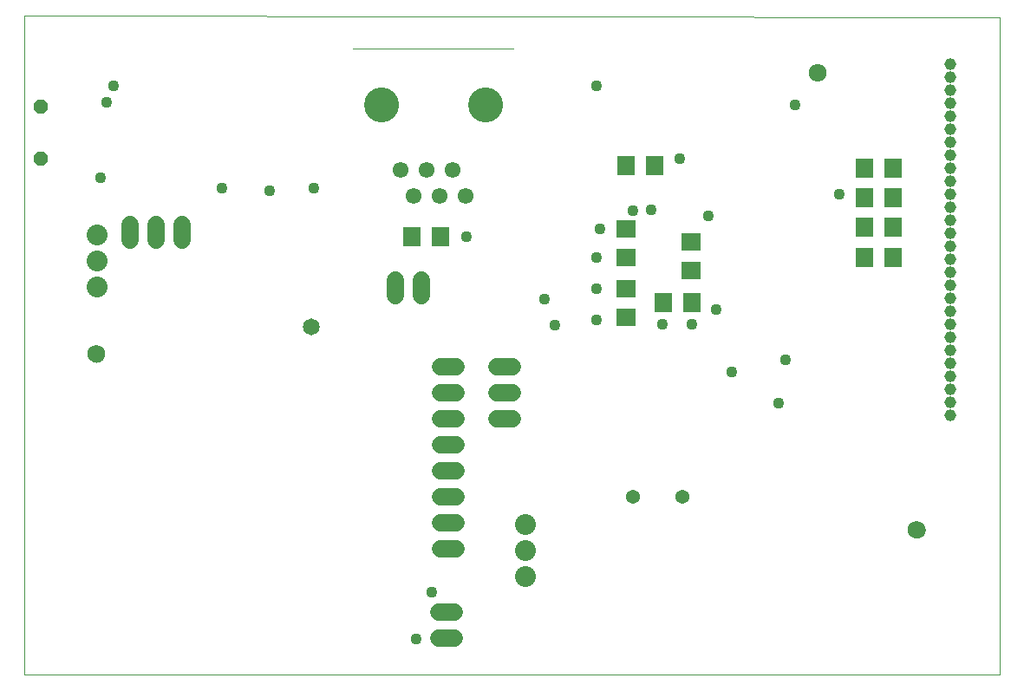
<source format=gbs>
G75*
%MOIN*%
%OFA0B0*%
%FSLAX24Y24*%
%IPPOS*%
%LPD*%
%AMOC8*
5,1,8,0,0,1.08239X$1,22.5*
%
%ADD10C,0.0000*%
%ADD11C,0.0690*%
%ADD12C,0.0660*%
%ADD13R,0.0690X0.0769*%
%ADD14R,0.0769X0.0690*%
%ADD15C,0.0004*%
%ADD16C,0.0611*%
%ADD17C,0.1340*%
%ADD18C,0.0540*%
%ADD19OC8,0.0540*%
%ADD20C,0.0460*%
%ADD21C,0.0800*%
%ADD22C,0.0436*%
%ADD23C,0.0651*%
D10*
X001260Y000436D02*
X038752Y000436D01*
X038752Y025696D01*
X001260Y025756D01*
X001260Y000436D01*
X003705Y012766D02*
X003707Y012801D01*
X003713Y012836D01*
X003723Y012870D01*
X003736Y012903D01*
X003753Y012934D01*
X003774Y012962D01*
X003797Y012989D01*
X003824Y013012D01*
X003852Y013033D01*
X003883Y013050D01*
X003916Y013063D01*
X003950Y013073D01*
X003985Y013079D01*
X004020Y013081D01*
X004055Y013079D01*
X004090Y013073D01*
X004124Y013063D01*
X004157Y013050D01*
X004188Y013033D01*
X004216Y013012D01*
X004243Y012989D01*
X004266Y012962D01*
X004287Y012934D01*
X004304Y012903D01*
X004317Y012870D01*
X004327Y012836D01*
X004333Y012801D01*
X004335Y012766D01*
X004333Y012731D01*
X004327Y012696D01*
X004317Y012662D01*
X004304Y012629D01*
X004287Y012598D01*
X004266Y012570D01*
X004243Y012543D01*
X004216Y012520D01*
X004188Y012499D01*
X004157Y012482D01*
X004124Y012469D01*
X004090Y012459D01*
X004055Y012453D01*
X004020Y012451D01*
X003985Y012453D01*
X003950Y012459D01*
X003916Y012469D01*
X003883Y012482D01*
X003852Y012499D01*
X003824Y012520D01*
X003797Y012543D01*
X003774Y012570D01*
X003753Y012598D01*
X003736Y012629D01*
X003723Y012662D01*
X003713Y012696D01*
X003707Y012731D01*
X003705Y012766D01*
X014340Y022346D02*
X014342Y022396D01*
X014348Y022446D01*
X014358Y022495D01*
X014371Y022544D01*
X014389Y022591D01*
X014410Y022637D01*
X014434Y022680D01*
X014462Y022722D01*
X014493Y022762D01*
X014527Y022799D01*
X014564Y022833D01*
X014604Y022864D01*
X014646Y022892D01*
X014689Y022916D01*
X014735Y022937D01*
X014782Y022955D01*
X014831Y022968D01*
X014880Y022978D01*
X014930Y022984D01*
X014980Y022986D01*
X015030Y022984D01*
X015080Y022978D01*
X015129Y022968D01*
X015178Y022955D01*
X015225Y022937D01*
X015271Y022916D01*
X015314Y022892D01*
X015356Y022864D01*
X015396Y022833D01*
X015433Y022799D01*
X015467Y022762D01*
X015498Y022722D01*
X015526Y022680D01*
X015550Y022637D01*
X015571Y022591D01*
X015589Y022544D01*
X015602Y022495D01*
X015612Y022446D01*
X015618Y022396D01*
X015620Y022346D01*
X015618Y022296D01*
X015612Y022246D01*
X015602Y022197D01*
X015589Y022148D01*
X015571Y022101D01*
X015550Y022055D01*
X015526Y022012D01*
X015498Y021970D01*
X015467Y021930D01*
X015433Y021893D01*
X015396Y021859D01*
X015356Y021828D01*
X015314Y021800D01*
X015271Y021776D01*
X015225Y021755D01*
X015178Y021737D01*
X015129Y021724D01*
X015080Y021714D01*
X015030Y021708D01*
X014980Y021706D01*
X014930Y021708D01*
X014880Y021714D01*
X014831Y021724D01*
X014782Y021737D01*
X014735Y021755D01*
X014689Y021776D01*
X014646Y021800D01*
X014604Y021828D01*
X014564Y021859D01*
X014527Y021893D01*
X014493Y021930D01*
X014462Y021970D01*
X014434Y022012D01*
X014410Y022055D01*
X014389Y022101D01*
X014371Y022148D01*
X014358Y022197D01*
X014348Y022246D01*
X014342Y022296D01*
X014340Y022346D01*
X018340Y022346D02*
X018342Y022396D01*
X018348Y022446D01*
X018358Y022495D01*
X018371Y022544D01*
X018389Y022591D01*
X018410Y022637D01*
X018434Y022680D01*
X018462Y022722D01*
X018493Y022762D01*
X018527Y022799D01*
X018564Y022833D01*
X018604Y022864D01*
X018646Y022892D01*
X018689Y022916D01*
X018735Y022937D01*
X018782Y022955D01*
X018831Y022968D01*
X018880Y022978D01*
X018930Y022984D01*
X018980Y022986D01*
X019030Y022984D01*
X019080Y022978D01*
X019129Y022968D01*
X019178Y022955D01*
X019225Y022937D01*
X019271Y022916D01*
X019314Y022892D01*
X019356Y022864D01*
X019396Y022833D01*
X019433Y022799D01*
X019467Y022762D01*
X019498Y022722D01*
X019526Y022680D01*
X019550Y022637D01*
X019571Y022591D01*
X019589Y022544D01*
X019602Y022495D01*
X019612Y022446D01*
X019618Y022396D01*
X019620Y022346D01*
X019618Y022296D01*
X019612Y022246D01*
X019602Y022197D01*
X019589Y022148D01*
X019571Y022101D01*
X019550Y022055D01*
X019526Y022012D01*
X019498Y021970D01*
X019467Y021930D01*
X019433Y021893D01*
X019396Y021859D01*
X019356Y021828D01*
X019314Y021800D01*
X019271Y021776D01*
X019225Y021755D01*
X019178Y021737D01*
X019129Y021724D01*
X019080Y021714D01*
X019030Y021708D01*
X018980Y021706D01*
X018930Y021708D01*
X018880Y021714D01*
X018831Y021724D01*
X018782Y021737D01*
X018735Y021755D01*
X018689Y021776D01*
X018646Y021800D01*
X018604Y021828D01*
X018564Y021859D01*
X018527Y021893D01*
X018493Y021930D01*
X018462Y021970D01*
X018434Y022012D01*
X018410Y022055D01*
X018389Y022101D01*
X018371Y022148D01*
X018358Y022197D01*
X018348Y022246D01*
X018342Y022296D01*
X018340Y022346D01*
X031425Y023586D02*
X031427Y023621D01*
X031433Y023656D01*
X031443Y023690D01*
X031456Y023723D01*
X031473Y023754D01*
X031494Y023782D01*
X031517Y023809D01*
X031544Y023832D01*
X031572Y023853D01*
X031603Y023870D01*
X031636Y023883D01*
X031670Y023893D01*
X031705Y023899D01*
X031740Y023901D01*
X031775Y023899D01*
X031810Y023893D01*
X031844Y023883D01*
X031877Y023870D01*
X031908Y023853D01*
X031936Y023832D01*
X031963Y023809D01*
X031986Y023782D01*
X032007Y023754D01*
X032024Y023723D01*
X032037Y023690D01*
X032047Y023656D01*
X032053Y023621D01*
X032055Y023586D01*
X032053Y023551D01*
X032047Y023516D01*
X032037Y023482D01*
X032024Y023449D01*
X032007Y023418D01*
X031986Y023390D01*
X031963Y023363D01*
X031936Y023340D01*
X031908Y023319D01*
X031877Y023302D01*
X031844Y023289D01*
X031810Y023279D01*
X031775Y023273D01*
X031740Y023271D01*
X031705Y023273D01*
X031670Y023279D01*
X031636Y023289D01*
X031603Y023302D01*
X031572Y023319D01*
X031544Y023340D01*
X031517Y023363D01*
X031494Y023390D01*
X031473Y023418D01*
X031456Y023449D01*
X031443Y023482D01*
X031433Y023516D01*
X031427Y023551D01*
X031425Y023586D01*
X035245Y006006D02*
X035247Y006041D01*
X035253Y006076D01*
X035263Y006110D01*
X035276Y006143D01*
X035293Y006174D01*
X035314Y006202D01*
X035337Y006229D01*
X035364Y006252D01*
X035392Y006273D01*
X035423Y006290D01*
X035456Y006303D01*
X035490Y006313D01*
X035525Y006319D01*
X035560Y006321D01*
X035595Y006319D01*
X035630Y006313D01*
X035664Y006303D01*
X035697Y006290D01*
X035728Y006273D01*
X035756Y006252D01*
X035783Y006229D01*
X035806Y006202D01*
X035827Y006174D01*
X035844Y006143D01*
X035857Y006110D01*
X035867Y006076D01*
X035873Y006041D01*
X035875Y006006D01*
X035873Y005971D01*
X035867Y005936D01*
X035857Y005902D01*
X035844Y005869D01*
X035827Y005838D01*
X035806Y005810D01*
X035783Y005783D01*
X035756Y005760D01*
X035728Y005739D01*
X035697Y005722D01*
X035664Y005709D01*
X035630Y005699D01*
X035595Y005693D01*
X035560Y005691D01*
X035525Y005693D01*
X035490Y005699D01*
X035456Y005709D01*
X035423Y005722D01*
X035392Y005739D01*
X035364Y005760D01*
X035337Y005783D01*
X035314Y005810D01*
X035293Y005838D01*
X035276Y005869D01*
X035263Y005902D01*
X035253Y005936D01*
X035247Y005971D01*
X035245Y006006D01*
D11*
X035560Y006006D03*
X031740Y023586D03*
X004020Y012766D03*
D12*
X005320Y017126D02*
X005320Y017726D01*
X006320Y017726D02*
X006320Y017126D01*
X007320Y017126D02*
X007320Y017726D01*
X015520Y015606D02*
X015520Y015006D01*
X016520Y015006D02*
X016520Y015606D01*
X017240Y012266D02*
X017840Y012266D01*
X017840Y011266D02*
X017240Y011266D01*
X017240Y010266D02*
X017840Y010266D01*
X017840Y009266D02*
X017240Y009266D01*
X017240Y008266D02*
X017840Y008266D01*
X017840Y007266D02*
X017240Y007266D01*
X017240Y006266D02*
X017840Y006266D01*
X017840Y005266D02*
X017240Y005266D01*
X017200Y002846D02*
X017800Y002846D01*
X017800Y001846D02*
X017200Y001846D01*
X019430Y010266D02*
X020030Y010266D01*
X020030Y011266D02*
X019430Y011266D01*
X019430Y012266D02*
X020030Y012266D01*
D13*
X025808Y014726D03*
X026911Y014726D03*
X033558Y016456D03*
X034661Y016456D03*
X034661Y017626D03*
X033558Y017626D03*
X033558Y018766D03*
X034661Y018766D03*
X034661Y019906D03*
X033558Y019906D03*
X025501Y020006D03*
X024398Y020006D03*
X017271Y017286D03*
X016168Y017286D03*
D14*
X024400Y017557D03*
X024400Y016454D03*
X024380Y015267D03*
X024380Y014164D03*
X026880Y015974D03*
X026880Y017077D03*
D15*
X020055Y024515D02*
X013905Y024515D01*
D16*
X015730Y019846D03*
X016730Y019846D03*
X017730Y019846D03*
X018230Y018846D03*
X017230Y018846D03*
X016230Y018846D03*
D17*
X014980Y022346D03*
X018980Y022346D03*
D18*
X024670Y007266D03*
X026570Y007266D03*
D19*
X001900Y020286D03*
X001900Y022286D03*
D20*
X036840Y022406D03*
X036840Y022906D03*
X036840Y023406D03*
X036840Y023906D03*
X036840Y021906D03*
X036840Y021406D03*
X036840Y020906D03*
X036840Y020406D03*
X036840Y019906D03*
X036840Y019406D03*
X036840Y018906D03*
X036840Y018406D03*
X036840Y017906D03*
X036840Y017406D03*
X036840Y016906D03*
X036840Y016406D03*
X036840Y015906D03*
X036840Y015406D03*
X036840Y014906D03*
X036840Y014406D03*
X036840Y013906D03*
X036840Y013406D03*
X036840Y012906D03*
X036840Y012406D03*
X036840Y011906D03*
X036840Y011406D03*
X036840Y010906D03*
X036840Y010406D03*
D21*
X020520Y006206D03*
X020520Y005206D03*
X020520Y004206D03*
X004040Y015346D03*
X004040Y016346D03*
X004040Y017346D03*
D22*
X004200Y019546D03*
X004420Y022426D03*
X004680Y023086D03*
X008850Y019146D03*
X010700Y019036D03*
X012400Y019146D03*
X018260Y017266D03*
X021260Y014866D03*
X021660Y013866D03*
X023260Y014066D03*
X023260Y015266D03*
X023260Y016466D03*
X023380Y017556D03*
X024660Y018266D03*
X025360Y018316D03*
X027540Y018066D03*
X026460Y020266D03*
X023260Y023066D03*
X030900Y022326D03*
X032580Y018906D03*
X027860Y014466D03*
X026910Y013906D03*
X025800Y013896D03*
X028460Y012066D03*
X030260Y010866D03*
X030510Y012526D03*
X016920Y003606D03*
X016920Y003606D03*
X016320Y001806D03*
D23*
X012290Y013816D03*
M02*

</source>
